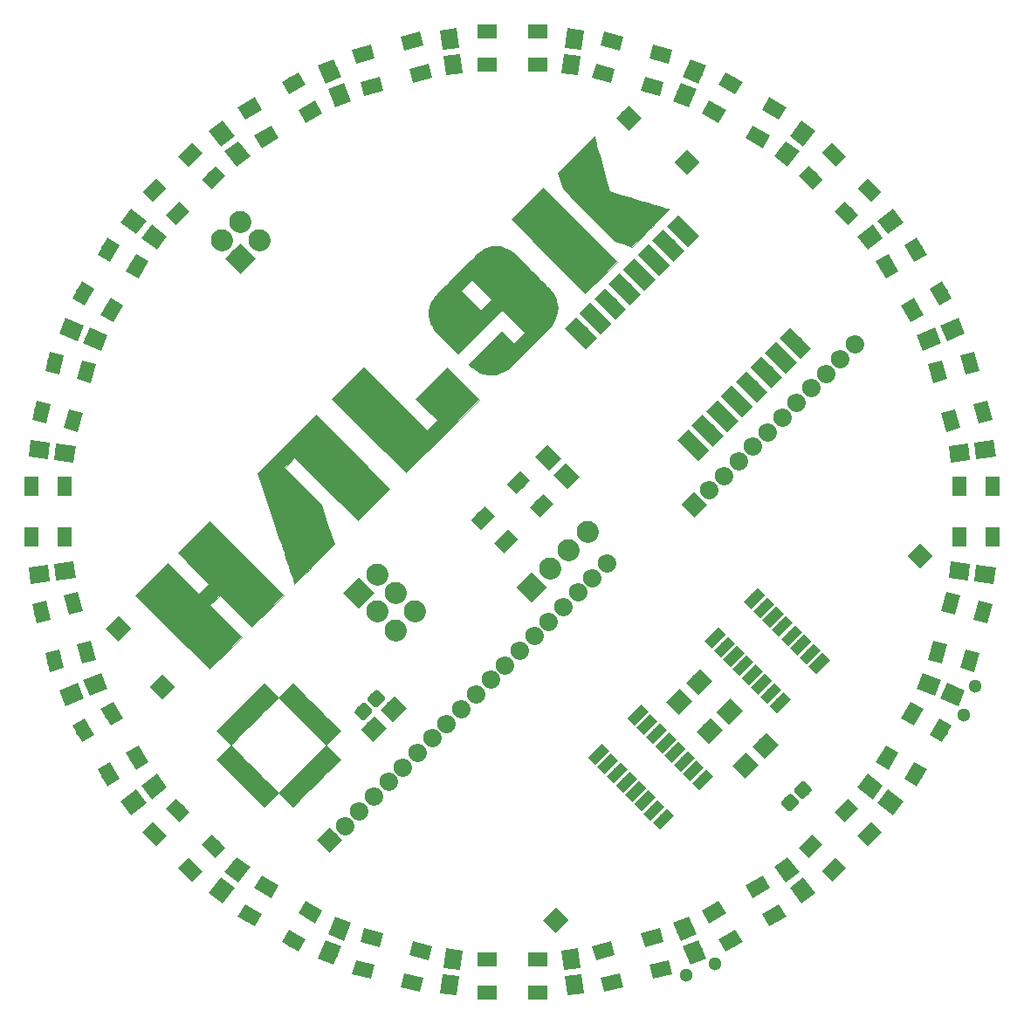
<source format=gts>
G04 #@! TF.GenerationSoftware,KiCad,Pcbnew,(5.0.0)*
G04 #@! TF.CreationDate,2018-09-13T19:48:46+02:00*
G04 #@! TF.ProjectId,noname.kicad_pcb_45_grader,6E6F6E616D652E6B696361645F706362,rev?*
G04 #@! TF.SameCoordinates,PX5f5e100PY8f0d180*
G04 #@! TF.FileFunction,Soldermask,Top*
G04 #@! TF.FilePolarity,Negative*
%FSLAX46Y46*%
G04 Gerber Fmt 4.6, Leading zero omitted, Abs format (unit mm)*
G04 Created by KiCad (PCBNEW (5.0.0)) date 09/13/18 19:48:46*
%MOMM*%
%LPD*%
G01*
G04 APERTURE LIST*
%ADD10C,0.010000*%
%ADD11C,0.100000*%
%ADD12C,1.650000*%
%ADD13R,1.400000X1.900000*%
%ADD14R,1.900000X1.400000*%
%ADD15C,1.400000*%
%ADD16C,1.300000*%
%ADD17C,1.750000*%
%ADD18C,1.750000*%
%ADD19C,1.350000*%
%ADD20C,1.000000*%
%ADD21C,1.500000*%
%ADD22C,1.700000*%
%ADD23C,0.950000*%
%ADD24C,2.100000*%
%ADD25C,2.100000*%
G04 APERTURE END LIST*
D10*
G04 #@! TO.C,*
G36*
X21312481Y42539386D02*
X22300309Y43527214D01*
X19269473Y46558051D01*
X22345210Y49633789D01*
X29506965Y42472034D01*
X26431227Y39396297D01*
X23355489Y42472034D01*
X22367661Y41484206D01*
X25443399Y38408468D01*
X22345210Y35310280D01*
X15183456Y42472034D01*
X18281644Y45570223D01*
X21312481Y42539386D01*
X21312481Y42539386D01*
G37*
X21312481Y42539386D02*
X22300309Y43527214D01*
X19269473Y46558051D01*
X22345210Y49633789D01*
X29506965Y42472034D01*
X26431227Y39396297D01*
X23355489Y42472034D01*
X22367661Y41484206D01*
X25443399Y38408468D01*
X22345210Y35310280D01*
X15183456Y42472034D01*
X18281644Y45570223D01*
X21312481Y42539386D01*
G36*
X32650054Y59938632D02*
X39811809Y52776878D01*
X36736071Y49701140D01*
X30607046Y55830165D01*
X29596767Y54819886D01*
X33163678Y51252975D01*
X33821338Y49349304D01*
X34478999Y47445633D01*
X32543022Y45508874D01*
X32252392Y45218380D01*
X31974729Y44941346D01*
X31713292Y44680989D01*
X31471334Y44440528D01*
X31252109Y44223181D01*
X31058872Y44032166D01*
X30894878Y43870703D01*
X30763381Y43742007D01*
X30667636Y43649300D01*
X30610897Y43595798D01*
X30595792Y43583369D01*
X30584730Y43614186D01*
X30554622Y43702217D01*
X30506480Y43844428D01*
X30441321Y44037785D01*
X30360161Y44279256D01*
X30264014Y44565807D01*
X30153896Y44894405D01*
X30030823Y45262015D01*
X29895809Y45665605D01*
X29749871Y46102141D01*
X29594024Y46568590D01*
X29429281Y47061917D01*
X29256660Y47579092D01*
X29077176Y48117078D01*
X28891844Y48672843D01*
X28799755Y48949086D01*
X27014970Y54303550D01*
X29832512Y57121091D01*
X32650054Y59938632D01*
X32650054Y59938632D01*
G37*
X32650054Y59938632D02*
X39811809Y52776878D01*
X36736071Y49701140D01*
X30607046Y55830165D01*
X29596767Y54819886D01*
X33163678Y51252975D01*
X33821338Y49349304D01*
X34478999Y47445633D01*
X32543022Y45508874D01*
X32252392Y45218380D01*
X31974729Y44941346D01*
X31713292Y44680989D01*
X31471334Y44440528D01*
X31252109Y44223181D01*
X31058872Y44032166D01*
X30894878Y43870703D01*
X30763381Y43742007D01*
X30667636Y43649300D01*
X30610897Y43595798D01*
X30595792Y43583369D01*
X30584730Y43614186D01*
X30554622Y43702217D01*
X30506480Y43844428D01*
X30441321Y44037785D01*
X30360161Y44279256D01*
X30264014Y44565807D01*
X30153896Y44894405D01*
X30030823Y45262015D01*
X29895809Y45665605D01*
X29749871Y46102141D01*
X29594024Y46568590D01*
X29429281Y47061917D01*
X29256660Y47579092D01*
X29077176Y48117078D01*
X28891844Y48672843D01*
X28799755Y48949086D01*
X27014970Y54303550D01*
X29832512Y57121091D01*
X32650054Y59938632D01*
G36*
X43426362Y58456890D02*
X44414190Y59444718D01*
X42371181Y61487727D01*
X45402018Y64518563D01*
X48477756Y61442825D01*
X41383353Y54348423D01*
X34221599Y61510177D01*
X37297337Y64585915D01*
X43426362Y58456890D01*
X43426362Y58456890D01*
G37*
X43426362Y58456890D02*
X44414190Y59444718D01*
X42371181Y61487727D01*
X45402018Y64518563D01*
X48477756Y61442825D01*
X41383353Y54348423D01*
X34221599Y61510177D01*
X37297337Y64585915D01*
X43426362Y58456890D01*
D11*
G36*
X46690369Y73956406D02*
X47005175Y74270867D01*
X47281113Y74546104D01*
X47521168Y74784993D01*
X47728319Y74990411D01*
X47905546Y75165234D01*
X48055832Y75312337D01*
X48182157Y75434597D01*
X48287502Y75534889D01*
X48374848Y75616088D01*
X48447176Y75681072D01*
X48507465Y75732717D01*
X48558699Y75773896D01*
X48603858Y75807488D01*
X48645921Y75836368D01*
X48664370Y75848422D01*
X49046740Y76062298D01*
X49432396Y76212812D01*
X49820416Y76299964D01*
X50209875Y76323752D01*
X50599852Y76284174D01*
X50989422Y76181231D01*
X51377666Y76014919D01*
X51661720Y75852228D01*
X51702709Y75824889D01*
X51748088Y75791428D01*
X51801003Y75748812D01*
X51864602Y75694011D01*
X51942029Y75623991D01*
X52036434Y75535723D01*
X52150963Y75426172D01*
X52288761Y75292309D01*
X52452978Y75131100D01*
X52646758Y74939514D01*
X52873250Y74714520D01*
X53135601Y74453085D01*
X53436956Y74152178D01*
X53719980Y73869255D01*
X54063236Y73525948D01*
X54364669Y73224152D01*
X54627349Y72960473D01*
X54854351Y72731514D01*
X55048746Y72533882D01*
X55213607Y72364184D01*
X55352007Y72219022D01*
X55467020Y72095004D01*
X55561718Y71988734D01*
X55639173Y71896818D01*
X55702459Y71815862D01*
X55754647Y71742471D01*
X55798810Y71673248D01*
X55838023Y71604803D01*
X55875357Y71533738D01*
X55913885Y71456660D01*
X55925938Y71432257D01*
X56076822Y71057794D01*
X56166352Y70673634D01*
X56195048Y70284362D01*
X56163431Y69894560D01*
X56072019Y69508814D01*
X55921333Y69131705D01*
X55711894Y68767819D01*
X55607049Y68620714D01*
X55560506Y68566573D01*
X55472861Y68472061D01*
X55348162Y68341223D01*
X55190458Y68178109D01*
X55003797Y67986763D01*
X54792227Y67771234D01*
X54559795Y67535568D01*
X54310552Y67283814D01*
X54048542Y67020017D01*
X53777817Y66748225D01*
X53502423Y66472484D01*
X53226408Y66196844D01*
X52953821Y65925350D01*
X52688712Y65662049D01*
X52435125Y65410988D01*
X52197111Y65176215D01*
X51978719Y64961778D01*
X51783993Y64771721D01*
X51616987Y64610094D01*
X51481743Y64480944D01*
X51382313Y64388316D01*
X51322745Y64336258D01*
X51317270Y64332029D01*
X50956550Y64099421D01*
X50582945Y63927986D01*
X50199758Y63817491D01*
X49810284Y63767707D01*
X49417822Y63778400D01*
X49025671Y63849340D01*
X48637128Y63980294D01*
X48255492Y64171031D01*
X47884061Y64421321D01*
X47682015Y64587173D01*
X47460704Y64781198D01*
X50745270Y68065764D01*
X51890253Y66920782D01*
X52900532Y67931060D01*
X50745270Y70086322D01*
X46454295Y65795346D01*
X45300552Y66965245D01*
X44146810Y68135144D01*
X43988027Y68415612D01*
X43800774Y68803987D01*
X43747838Y68970957D01*
X46793958Y72017077D01*
X48702262Y70108772D01*
X49712541Y71119051D01*
X47804236Y73027356D01*
X46793958Y72017077D01*
X43747838Y68970957D01*
X43676869Y69194805D01*
X43616267Y69586786D01*
X43618926Y69978650D01*
X43684801Y70369117D01*
X43813850Y70756910D01*
X44006027Y71140746D01*
X44085144Y71269196D01*
X44112854Y71310842D01*
X44144000Y71354259D01*
X44181459Y71402429D01*
X44228106Y71458334D01*
X44286816Y71524953D01*
X44360467Y71605267D01*
X44451934Y71702259D01*
X44564092Y71818909D01*
X44699818Y71958196D01*
X44861988Y72123103D01*
X45053477Y72316611D01*
X45277163Y72541699D01*
X45535919Y72801350D01*
X45832623Y73098544D01*
X46170149Y73436261D01*
X46333720Y73599847D01*
X46690369Y73956406D01*
X46690369Y73956406D01*
G37*
D10*
G36*
X61858337Y74823407D02*
X58782600Y71747669D01*
X51620845Y78909423D01*
X54696583Y81985161D01*
X61858337Y74823407D01*
X61858337Y74823407D01*
G37*
X61858337Y74823407D02*
X58782600Y71747669D01*
X51620845Y78909423D01*
X54696583Y81985161D01*
X61858337Y74823407D01*
G36*
X59659327Y86947905D02*
X59692566Y86843475D01*
X59705955Y86797299D01*
X59734838Y86694635D01*
X59777902Y86540233D01*
X59833835Y86338840D01*
X59901321Y86095203D01*
X59979048Y85814072D01*
X60065705Y85500194D01*
X60159974Y85158317D01*
X60260547Y84793189D01*
X60366107Y84409559D01*
X60424629Y84196715D01*
X60531842Y83807382D01*
X60634572Y83435703D01*
X60731539Y83086231D01*
X60821461Y82763519D01*
X60903059Y82472119D01*
X60975051Y82216585D01*
X61036155Y82001468D01*
X61085093Y81831322D01*
X61120582Y81710702D01*
X61141341Y81644158D01*
X61146113Y81632147D01*
X61179180Y81620143D01*
X61268922Y81591489D01*
X61411099Y81547460D01*
X61601468Y81489332D01*
X61835787Y81418383D01*
X62109816Y81335887D01*
X62419312Y81243121D01*
X62760034Y81141361D01*
X63127740Y81031883D01*
X63518190Y80915963D01*
X63927141Y80794877D01*
X64043607Y80760451D01*
X64456493Y80638401D01*
X64851773Y80521457D01*
X65225241Y80410871D01*
X65572684Y80307893D01*
X65889895Y80213773D01*
X66172663Y80129764D01*
X66416780Y80057115D01*
X66618035Y79997077D01*
X66772220Y79950903D01*
X66875126Y79919840D01*
X66922543Y79905142D01*
X66925310Y79904123D01*
X66904482Y79881165D01*
X66842044Y79816699D01*
X66741330Y79714084D01*
X66605669Y79576673D01*
X66438392Y79407823D01*
X66242831Y79210891D01*
X66022317Y78989233D01*
X65780179Y78746205D01*
X65519749Y78485162D01*
X65244359Y78209463D01*
X65117882Y78082952D01*
X63303584Y76268653D01*
X62474276Y76550653D01*
X61644969Y76832652D01*
X59125057Y79352651D01*
X56605146Y81872649D01*
X56352215Y82630255D01*
X56099283Y83387863D01*
X57879305Y85167884D01*
X59659327Y86947905D01*
X59659327Y86947905D01*
G37*
X59659327Y86947905D02*
X59692566Y86843475D01*
X59705955Y86797299D01*
X59734838Y86694635D01*
X59777902Y86540233D01*
X59833835Y86338840D01*
X59901321Y86095203D01*
X59979048Y85814072D01*
X60065705Y85500194D01*
X60159974Y85158317D01*
X60260547Y84793189D01*
X60366107Y84409559D01*
X60424629Y84196715D01*
X60531842Y83807382D01*
X60634572Y83435703D01*
X60731539Y83086231D01*
X60821461Y82763519D01*
X60903059Y82472119D01*
X60975051Y82216585D01*
X61036155Y82001468D01*
X61085093Y81831322D01*
X61120582Y81710702D01*
X61141341Y81644158D01*
X61146113Y81632147D01*
X61179180Y81620143D01*
X61268922Y81591489D01*
X61411099Y81547460D01*
X61601468Y81489332D01*
X61835787Y81418383D01*
X62109816Y81335887D01*
X62419312Y81243121D01*
X62760034Y81141361D01*
X63127740Y81031883D01*
X63518190Y80915963D01*
X63927141Y80794877D01*
X64043607Y80760451D01*
X64456493Y80638401D01*
X64851773Y80521457D01*
X65225241Y80410871D01*
X65572684Y80307893D01*
X65889895Y80213773D01*
X66172663Y80129764D01*
X66416780Y80057115D01*
X66618035Y79997077D01*
X66772220Y79950903D01*
X66875126Y79919840D01*
X66922543Y79905142D01*
X66925310Y79904123D01*
X66904482Y79881165D01*
X66842044Y79816699D01*
X66741330Y79714084D01*
X66605669Y79576673D01*
X66438392Y79407823D01*
X66242831Y79210891D01*
X66022317Y78989233D01*
X65780179Y78746205D01*
X65519749Y78485162D01*
X65244359Y78209463D01*
X65117882Y78082952D01*
X63303584Y76268653D01*
X62474276Y76550653D01*
X61644969Y76832652D01*
X59125057Y79352651D01*
X56605146Y81872649D01*
X56352215Y82630255D01*
X56099283Y83387863D01*
X57879305Y85167884D01*
X59659327Y86947905D01*
G04 #@! TD*
D12*
G04 #@! TO.C,C16*
X79853312Y87236957D03*
D11*
G36*
X79929505Y85981043D02*
X78620472Y86985500D01*
X79777119Y88492871D01*
X81086152Y87488414D01*
X79929505Y85981043D01*
X79929505Y85981043D01*
G37*
D12*
X78331408Y85253573D03*
D11*
G36*
X78407601Y83997659D02*
X77098568Y85002116D01*
X78255215Y86509487D01*
X79564248Y85505030D01*
X78407601Y83997659D01*
X78407601Y83997659D01*
G37*
G04 #@! TD*
D12*
G04 #@! TO.C,C14*
X57734932Y96398689D03*
D11*
G36*
X58428874Y95349132D02*
X56792990Y95564500D01*
X57040990Y97448246D01*
X58676874Y97232878D01*
X58428874Y95349132D01*
X58428874Y95349132D01*
G37*
D12*
X57408616Y93920077D03*
D11*
G36*
X58102558Y92870520D02*
X56466674Y93085888D01*
X56714674Y94969634D01*
X58350558Y94754266D01*
X58102558Y92870520D01*
X58102558Y92870520D01*
G37*
G04 #@! TD*
D12*
G04 #@! TO.C,C32*
X5843773Y56581201D03*
D11*
G36*
X6893330Y57275143D02*
X6677962Y55639259D01*
X4794216Y55887259D01*
X5009584Y57523143D01*
X6893330Y57275143D01*
X6893330Y57275143D01*
G37*
D12*
X8322385Y56254885D03*
D11*
G36*
X9371942Y56948827D02*
X9156574Y55312943D01*
X7272828Y55560943D01*
X7488196Y57196827D01*
X9371942Y56948827D01*
X9371942Y56948827D01*
G37*
G04 #@! TD*
D12*
G04 #@! TO.C,C13*
X45661259Y96398689D03*
D11*
G36*
X46603201Y95564500D02*
X44967317Y95349132D01*
X44719317Y97232878D01*
X46355201Y97448246D01*
X46603201Y95564500D01*
X46603201Y95564500D01*
G37*
D12*
X45987575Y93920077D03*
D11*
G36*
X46929517Y93085888D02*
X45293633Y92870520D01*
X45045633Y94754266D01*
X46681517Y94969634D01*
X46929517Y93085888D01*
X46929517Y93085888D01*
G37*
G04 #@! TD*
D12*
G04 #@! TO.C,C35*
X23542880Y87236956D03*
D11*
G36*
X24775720Y86985499D02*
X23466687Y85981042D01*
X22310040Y87488413D01*
X23619073Y88492870D01*
X24775720Y86985499D01*
X24775720Y86985499D01*
G37*
D12*
X25064784Y85253572D03*
D11*
G36*
X26297624Y85002115D02*
X24988591Y83997658D01*
X23831944Y85505029D01*
X25140977Y86509486D01*
X26297624Y85002115D01*
X26297624Y85002115D01*
G37*
G04 #@! TD*
D12*
G04 #@! TO.C,C26*
X45661261Y4690041D03*
D11*
G36*
X44967319Y5739598D02*
X46603203Y5524230D01*
X46355203Y3640484D01*
X44719319Y3855852D01*
X44967319Y5739598D01*
X44967319Y5739598D01*
G37*
D12*
X45987577Y7168653D03*
D11*
G36*
X45293635Y8218210D02*
X46929519Y8002842D01*
X46681519Y6119096D01*
X45045635Y6334464D01*
X45293635Y8218210D01*
X45293635Y8218210D01*
G37*
G04 #@! TD*
D12*
G04 #@! TO.C,C23*
X79853313Y13851774D03*
D11*
G36*
X78620473Y14103231D02*
X79929506Y15107688D01*
X81086153Y13600317D01*
X79777120Y12595860D01*
X78620473Y14103231D01*
X78620473Y14103231D01*
G37*
D12*
X78331409Y15835158D03*
D11*
G36*
X77098569Y16086615D02*
X78407602Y17091072D01*
X79564249Y15583701D01*
X78255216Y14579244D01*
X77098569Y16086615D01*
X77098569Y16086615D01*
G37*
G04 #@! TD*
D12*
G04 #@! TO.C,C12*
X33998988Y93273792D03*
D11*
G36*
X35124738Y92711820D02*
X33600337Y92080393D01*
X32873238Y93835764D01*
X34397639Y94467191D01*
X35124738Y92711820D01*
X35124738Y92711820D01*
G37*
D12*
X34955696Y90964094D03*
D11*
G36*
X36081446Y90402122D02*
X34557045Y89770695D01*
X33829946Y91526066D01*
X35354347Y92157493D01*
X36081446Y90402122D01*
X36081446Y90402122D01*
G37*
G04 #@! TD*
D12*
G04 #@! TO.C,C34*
X15005505Y78699581D03*
D11*
G36*
X16261419Y78775774D02*
X15256962Y77466741D01*
X13749591Y78623388D01*
X14754048Y79932421D01*
X16261419Y78775774D01*
X16261419Y78775774D01*
G37*
D12*
X16988889Y77177677D03*
D11*
G36*
X18244803Y77253870D02*
X17240346Y75944837D01*
X15732975Y77101484D01*
X16737432Y78410517D01*
X18244803Y77253870D01*
X18244803Y77253870D01*
G37*
G04 #@! TD*
D12*
G04 #@! TO.C,C33*
X8968669Y68243472D03*
D11*
G36*
X10162068Y68642123D02*
X9530641Y67117722D01*
X7775270Y67844821D01*
X8406697Y69369222D01*
X10162068Y68642123D01*
X10162068Y68642123D01*
G37*
D12*
X11278367Y67286764D03*
D11*
G36*
X12471766Y67685415D02*
X11840339Y66161014D01*
X10084968Y66888113D01*
X10716395Y68412514D01*
X12471766Y67685415D01*
X12471766Y67685415D01*
G37*
G04 #@! TD*
D12*
G04 #@! TO.C,C27*
X33998989Y7814937D03*
D11*
G36*
X33600338Y9008336D02*
X35124739Y8376909D01*
X34397640Y6621538D01*
X32873239Y7252965D01*
X33600338Y9008336D01*
X33600338Y9008336D01*
G37*
D12*
X34955697Y10124635D03*
D11*
G36*
X34557046Y11318034D02*
X36081447Y10686607D01*
X35354348Y8931236D01*
X33829947Y9562663D01*
X34557046Y11318034D01*
X34557046Y11318034D01*
G37*
G04 #@! TD*
D12*
G04 #@! TO.C,C29*
X15005505Y22389149D03*
D11*
G36*
X15256962Y23621989D02*
X16261419Y22312956D01*
X14754048Y21156309D01*
X13749591Y22465342D01*
X15256962Y23621989D01*
X15256962Y23621989D01*
G37*
D12*
X16988889Y23911053D03*
D11*
G36*
X17240346Y25143893D02*
X18244803Y23834860D01*
X16737432Y22678213D01*
X15732975Y23987246D01*
X17240346Y25143893D01*
X17240346Y25143893D01*
G37*
G04 #@! TD*
D12*
G04 #@! TO.C,C24*
X69397205Y7814938D03*
D11*
G36*
X68271455Y8376910D02*
X69795856Y9008337D01*
X70522955Y7252966D01*
X68998554Y6621539D01*
X68271455Y8376910D01*
X68271455Y8376910D01*
G37*
D12*
X68440497Y10124636D03*
D11*
G36*
X67314747Y10686608D02*
X68839148Y11318035D01*
X69566247Y9562664D01*
X68041846Y8931237D01*
X67314747Y10686608D01*
X67314747Y10686608D01*
G37*
G04 #@! TD*
D12*
G04 #@! TO.C,C28*
X23542881Y13851773D03*
D11*
G36*
X23466688Y15107687D02*
X24775721Y14103230D01*
X23619074Y12595859D01*
X22310041Y13600316D01*
X23466688Y15107687D01*
X23466688Y15107687D01*
G37*
D12*
X25064785Y15835157D03*
D11*
G36*
X24988592Y17091071D02*
X26297625Y16086614D01*
X25140978Y14579243D01*
X23831945Y15583700D01*
X24988592Y17091071D01*
X24988592Y17091071D01*
G37*
G04 #@! TD*
D12*
G04 #@! TO.C,C15*
X69397204Y93273793D03*
D11*
G36*
X69795855Y92080394D02*
X68271454Y92711821D01*
X68998553Y94467192D01*
X70522954Y93835765D01*
X69795855Y92080394D01*
X69795855Y92080394D01*
G37*
D12*
X68440496Y90964095D03*
D11*
G36*
X68839147Y89770696D02*
X67314746Y90402123D01*
X68041845Y92157494D01*
X69566246Y91526067D01*
X68839147Y89770696D01*
X68839147Y89770696D01*
G37*
G04 #@! TD*
D12*
G04 #@! TO.C,C30*
X8968670Y32845257D03*
D11*
G36*
X9530642Y33971007D02*
X10162069Y32446606D01*
X8406698Y31719507D01*
X7775271Y33243908D01*
X9530642Y33971007D01*
X9530642Y33971007D01*
G37*
D12*
X11278368Y33801965D03*
D11*
G36*
X11840340Y34927715D02*
X12471767Y33403314D01*
X10716396Y32676215D01*
X10084969Y34200616D01*
X11840340Y34927715D01*
X11840340Y34927715D01*
G37*
G04 #@! TD*
D12*
G04 #@! TO.C,C25*
X57734934Y4690041D03*
D11*
G36*
X56792992Y5524230D02*
X58428876Y5739598D01*
X58676876Y3855852D01*
X57040992Y3640484D01*
X56792992Y5524230D01*
X56792992Y5524230D01*
G37*
D12*
X57408618Y7168653D03*
D11*
G36*
X56466676Y8002842D02*
X58102560Y8218210D01*
X58350560Y6334464D01*
X56714676Y6119096D01*
X56466676Y8002842D01*
X56466676Y8002842D01*
G37*
G04 #@! TD*
D12*
G04 #@! TO.C,C31*
X5843773Y44507528D03*
D11*
G36*
X6677962Y45449470D02*
X6893330Y43813586D01*
X5009584Y43565586D01*
X4794216Y45201470D01*
X6677962Y45449470D01*
X6677962Y45449470D01*
G37*
D12*
X8322385Y44833844D03*
D11*
G36*
X9156574Y45775786D02*
X9371942Y44139902D01*
X7488196Y43891902D01*
X7272828Y45527786D01*
X9156574Y45775786D01*
X9156574Y45775786D01*
G37*
G04 #@! TD*
D13*
G04 #@! TO.C,D21*
X8298097Y52994365D03*
X5098097Y52994365D03*
X8298097Y48094365D03*
X5098097Y48094365D03*
G04 #@! TD*
D14*
G04 #@! TO.C,D3*
X54148097Y93944365D03*
X54148097Y97144365D03*
X49248097Y93944365D03*
X49248097Y97144365D03*
G04 #@! TD*
D15*
G04 #@! TO.C,D25*
X48834315Y49943324D03*
D11*
G36*
X48657538Y48776598D02*
X47667589Y49766547D01*
X49011092Y51110050D01*
X50001041Y50120101D01*
X48657538Y48776598D01*
X48657538Y48776598D01*
G37*
D15*
X51097056Y47680583D03*
D11*
G36*
X50920279Y46513857D02*
X49930330Y47503806D01*
X51273833Y48847309D01*
X52263782Y47857360D01*
X50920279Y46513857D01*
X50920279Y46513857D01*
G37*
D15*
X52299138Y53408147D03*
D11*
G36*
X52122361Y52241421D02*
X51132412Y53231370D01*
X52475915Y54574873D01*
X53465864Y53584924D01*
X52122361Y52241421D01*
X52122361Y52241421D01*
G37*
D15*
X54561879Y51145406D03*
D11*
G36*
X54385102Y49978680D02*
X53395153Y50968629D01*
X54738656Y52312132D01*
X55728605Y51322183D01*
X54385102Y49978680D01*
X54385102Y49978680D01*
G37*
G04 #@! TD*
D15*
G04 #@! TO.C,D24*
X22742073Y82965211D03*
D11*
G36*
X22918850Y84131937D02*
X23908799Y83141988D01*
X22565296Y81798485D01*
X21575347Y82788434D01*
X22918850Y84131937D01*
X22918850Y84131937D01*
G37*
D15*
X20479332Y85227952D03*
D11*
G36*
X20656109Y86394678D02*
X21646058Y85404729D01*
X20302555Y84061226D01*
X19312606Y85051175D01*
X20656109Y86394678D01*
X20656109Y86394678D01*
G37*
D15*
X19277250Y79500388D03*
D11*
G36*
X19454027Y80667114D02*
X20443976Y79677165D01*
X19100473Y78333662D01*
X18110524Y79323611D01*
X19454027Y80667114D01*
X19454027Y80667114D01*
G37*
D15*
X17014509Y81763129D03*
D11*
G36*
X17191286Y82929855D02*
X18181235Y81939906D01*
X16837732Y80596403D01*
X15847783Y81586352D01*
X17191286Y82929855D01*
X17191286Y82929855D01*
G37*
G04 #@! TD*
D12*
G04 #@! TO.C,C21*
X94427524Y32845258D03*
D11*
G36*
X93234125Y32446607D02*
X93865552Y33971008D01*
X95620923Y33243909D01*
X94989496Y31719508D01*
X93234125Y32446607D01*
X93234125Y32446607D01*
G37*
D12*
X92117826Y33801966D03*
D11*
G36*
X90924427Y33403315D02*
X91555854Y34927716D01*
X93311225Y34200617D01*
X92679798Y32676216D01*
X90924427Y33403315D01*
X90924427Y33403315D01*
G37*
G04 #@! TD*
D15*
G04 #@! TO.C,D2*
X42831869Y93099652D03*
D11*
G36*
X43568325Y94021678D02*
X43930672Y92669382D01*
X42095413Y92177626D01*
X41733066Y93529922D01*
X43568325Y94021678D01*
X43568325Y94021678D01*
G37*
D15*
X42003648Y96190615D03*
D11*
G36*
X42740104Y97112641D02*
X43102451Y95760345D01*
X41267192Y95268589D01*
X40904845Y96620885D01*
X42740104Y97112641D01*
X42740104Y97112641D01*
G37*
D15*
X38098832Y91831439D03*
D11*
G36*
X38835288Y92753465D02*
X39197635Y91401169D01*
X37362376Y90909413D01*
X37000029Y92261709D01*
X38835288Y92753465D01*
X38835288Y92753465D01*
G37*
D15*
X37270611Y94922402D03*
D11*
G36*
X38007067Y95844428D02*
X38369414Y94492132D01*
X36534155Y94000376D01*
X36171808Y95352672D01*
X38007067Y95844428D01*
X38007067Y95844428D01*
G37*
G04 #@! TD*
D15*
G04 #@! TO.C,D1*
X32119859Y89354867D03*
D11*
G36*
X32592583Y90436085D02*
X33292583Y89223649D01*
X31647135Y88273649D01*
X30947135Y89486085D01*
X32592583Y90436085D01*
X32592583Y90436085D01*
G37*
D15*
X30519859Y92126149D03*
D11*
G36*
X30992583Y93207367D02*
X31692583Y91994931D01*
X30047135Y91044931D01*
X29347135Y92257367D01*
X30992583Y93207367D01*
X30992583Y93207367D01*
G37*
D15*
X27876335Y86904867D03*
D11*
G36*
X28349059Y87986085D02*
X29049059Y86773649D01*
X27403611Y85823649D01*
X26703611Y87036085D01*
X28349059Y87986085D01*
X28349059Y87986085D01*
G37*
D15*
X26276335Y89676149D03*
D11*
G36*
X26749059Y90757367D02*
X27449059Y89544931D01*
X25803611Y88594931D01*
X25103611Y89807367D01*
X26749059Y90757367D01*
X26749059Y90757367D01*
G37*
G04 #@! TD*
D15*
G04 #@! TO.C,D4*
X65297361Y91831439D03*
D11*
G36*
X66396164Y92261709D02*
X66033817Y90909413D01*
X64198558Y91401169D01*
X64560905Y92753465D01*
X66396164Y92261709D01*
X66396164Y92261709D01*
G37*
D15*
X66125582Y94922402D03*
D11*
G36*
X67224385Y95352672D02*
X66862038Y94000376D01*
X65026779Y94492132D01*
X65389126Y95844428D01*
X67224385Y95352672D01*
X67224385Y95352672D01*
G37*
D15*
X60564324Y93099652D03*
D11*
G36*
X61663127Y93529922D02*
X61300780Y92177626D01*
X59465521Y92669382D01*
X59827868Y94021678D01*
X61663127Y93529922D01*
X61663127Y93529922D01*
G37*
D15*
X61392545Y96190615D03*
D11*
G36*
X62491348Y96620885D02*
X62129001Y95268589D01*
X60293742Y95760345D01*
X60656089Y97112641D01*
X62491348Y96620885D01*
X62491348Y96620885D01*
G37*
G04 #@! TD*
D12*
G04 #@! TO.C,C20*
X97552420Y44507529D03*
D11*
G36*
X96502863Y43813587D02*
X96718231Y45449471D01*
X98601977Y45201471D01*
X98386609Y43565587D01*
X96502863Y43813587D01*
X96502863Y43813587D01*
G37*
D12*
X95073808Y44833845D03*
D11*
G36*
X94024251Y44139903D02*
X94239619Y45775787D01*
X96123365Y45527787D01*
X95907997Y43891903D01*
X94024251Y44139903D01*
X94024251Y44139903D01*
G37*
G04 #@! TD*
D15*
G04 #@! TO.C,D19*
X12887595Y30966127D03*
D11*
G36*
X11806377Y31438851D02*
X13018813Y32138851D01*
X13968813Y30493403D01*
X12756377Y29793403D01*
X11806377Y31438851D01*
X11806377Y31438851D01*
G37*
D15*
X10116313Y29366127D03*
D11*
G36*
X9035095Y29838851D02*
X10247531Y30538851D01*
X11197531Y28893403D01*
X9985095Y28193403D01*
X9035095Y29838851D01*
X9035095Y29838851D01*
G37*
D15*
X15337595Y26722603D03*
D11*
G36*
X14256377Y27195327D02*
X15468813Y27895327D01*
X16418813Y26249879D01*
X15206377Y25549879D01*
X14256377Y27195327D01*
X14256377Y27195327D01*
G37*
D15*
X12566313Y25122603D03*
D11*
G36*
X11485095Y25595327D02*
X12697531Y26295327D01*
X13647531Y24649879D01*
X12435095Y23949879D01*
X11485095Y25595327D01*
X11485095Y25595327D01*
G37*
G04 #@! TD*
D15*
G04 #@! TO.C,D22*
X10411022Y64143630D03*
D11*
G36*
X9980752Y65242433D02*
X11333048Y64880086D01*
X10841292Y63044827D01*
X9488996Y63407174D01*
X9980752Y65242433D01*
X9980752Y65242433D01*
G37*
D15*
X7320059Y64971851D03*
D11*
G36*
X6889789Y66070654D02*
X8242085Y65708307D01*
X7750329Y63873048D01*
X6398033Y64235395D01*
X6889789Y66070654D01*
X6889789Y66070654D01*
G37*
D15*
X9142809Y59410593D03*
D11*
G36*
X8712539Y60509396D02*
X10064835Y60147049D01*
X9573079Y58311790D01*
X8220783Y58674137D01*
X8712539Y60509396D01*
X8712539Y60509396D01*
G37*
D15*
X6051846Y60238814D03*
D11*
G36*
X5621576Y61337617D02*
X6973872Y60975270D01*
X6482116Y59140011D01*
X5129820Y59502358D01*
X5621576Y61337617D01*
X5621576Y61337617D01*
G37*
G04 #@! TD*
D12*
G04 #@! TO.C,C19*
X97552420Y56581202D03*
D11*
G36*
X96718231Y55639260D02*
X96502863Y57275144D01*
X98386609Y57523144D01*
X98601977Y55887260D01*
X96718231Y55639260D01*
X96718231Y55639260D01*
G37*
D12*
X95073808Y56254886D03*
D11*
G36*
X94239619Y55312944D02*
X94024251Y56948828D01*
X95907997Y57196828D01*
X96123365Y55560944D01*
X94239619Y55312944D01*
X94239619Y55312944D01*
G37*
G04 #@! TD*
D12*
G04 #@! TO.C,C22*
X88390689Y22389150D03*
D11*
G36*
X87134775Y22312957D02*
X88139232Y23621990D01*
X89646603Y22465343D01*
X88642146Y21156310D01*
X87134775Y22312957D01*
X87134775Y22312957D01*
G37*
D12*
X86407305Y23911054D03*
D11*
G36*
X85151391Y23834861D02*
X86155848Y25143894D01*
X87663219Y23987247D01*
X86658762Y22678214D01*
X85151391Y23834861D01*
X85151391Y23834861D01*
G37*
G04 #@! TD*
D12*
G04 #@! TO.C,C18*
X94427523Y68243473D03*
D11*
G36*
X93865551Y67117723D02*
X93234124Y68642124D01*
X94989495Y69369223D01*
X95620922Y67844822D01*
X93865551Y67117723D01*
X93865551Y67117723D01*
G37*
D12*
X92117825Y67286765D03*
D11*
G36*
X91555853Y66161015D02*
X90924426Y67685416D01*
X92679797Y68412515D01*
X93311224Y66888114D01*
X91555853Y66161015D01*
X91555853Y66161015D01*
G37*
G04 #@! TD*
D15*
G04 #@! TO.C,D5*
X75519858Y86904867D03*
D11*
G36*
X76692582Y87036085D02*
X75992582Y85823649D01*
X74347134Y86773649D01*
X75047134Y87986085D01*
X76692582Y87036085D01*
X76692582Y87036085D01*
G37*
D15*
X77119858Y89676149D03*
D11*
G36*
X78292582Y89807367D02*
X77592582Y88594931D01*
X75947134Y89544931D01*
X76647134Y90757367D01*
X78292582Y89807367D01*
X78292582Y89807367D01*
G37*
D15*
X71276334Y89354867D03*
D11*
G36*
X72449058Y89486085D02*
X71749058Y88273649D01*
X70103610Y89223649D01*
X70803610Y90436085D01*
X72449058Y89486085D01*
X72449058Y89486085D01*
G37*
D15*
X72876334Y92126149D03*
D11*
G36*
X74049058Y92257367D02*
X73349058Y91044931D01*
X71703610Y91994931D01*
X72403610Y93207367D01*
X74049058Y92257367D01*
X74049058Y92257367D01*
G37*
G04 #@! TD*
D15*
G04 #@! TO.C,D20*
X9142809Y41678137D03*
D11*
G36*
X8220783Y42414593D02*
X9573079Y42776940D01*
X10064835Y40941681D01*
X8712539Y40579334D01*
X8220783Y42414593D01*
X8220783Y42414593D01*
G37*
D15*
X6051846Y40849916D03*
D11*
G36*
X5129820Y41586372D02*
X6482116Y41948719D01*
X6973872Y40113460D01*
X5621576Y39751113D01*
X5129820Y41586372D01*
X5129820Y41586372D01*
G37*
D15*
X10411022Y36945100D03*
D11*
G36*
X9488996Y37681556D02*
X10841292Y38043903D01*
X11333048Y36208644D01*
X9980752Y35846297D01*
X9488996Y37681556D01*
X9488996Y37681556D01*
G37*
D15*
X7320059Y36116879D03*
D11*
G36*
X6398033Y36853335D02*
X7750329Y37215682D01*
X8242085Y35380423D01*
X6889789Y35018076D01*
X6398033Y36853335D01*
X6398033Y36853335D01*
G37*
G04 #@! TD*
D15*
G04 #@! TO.C,D6*
X84118943Y79500388D03*
D11*
G36*
X85285669Y79323611D02*
X84295720Y78333662D01*
X82952217Y79677165D01*
X83942166Y80667114D01*
X85285669Y79323611D01*
X85285669Y79323611D01*
G37*
D15*
X86381684Y81763129D03*
D11*
G36*
X87548410Y81586352D02*
X86558461Y80596403D01*
X85214958Y81939906D01*
X86204907Y82929855D01*
X87548410Y81586352D01*
X87548410Y81586352D01*
G37*
D15*
X80654120Y82965211D03*
D11*
G36*
X81820846Y82788434D02*
X80830897Y81798485D01*
X79487394Y83141988D01*
X80477343Y84131937D01*
X81820846Y82788434D01*
X81820846Y82788434D01*
G37*
D15*
X82916861Y85227952D03*
D11*
G36*
X84083587Y85051175D02*
X83093638Y84061226D01*
X81750135Y85404729D01*
X82740084Y86394678D01*
X84083587Y85051175D01*
X84083587Y85051175D01*
G37*
G04 #@! TD*
D15*
G04 #@! TO.C,D23*
X15337595Y74366127D03*
D11*
G36*
X15206377Y75538851D02*
X16418813Y74838851D01*
X15468813Y73193403D01*
X14256377Y73893403D01*
X15206377Y75538851D01*
X15206377Y75538851D01*
G37*
D15*
X12566313Y75966127D03*
D11*
G36*
X12435095Y77138851D02*
X13647531Y76438851D01*
X12697531Y74793403D01*
X11485095Y75493403D01*
X12435095Y77138851D01*
X12435095Y77138851D01*
G37*
D15*
X12887595Y70122603D03*
D11*
G36*
X12756377Y71295327D02*
X13968813Y70595327D01*
X13018813Y68949879D01*
X11806377Y69649879D01*
X12756377Y71295327D01*
X12756377Y71295327D01*
G37*
D15*
X10116313Y71722603D03*
D11*
G36*
X9985095Y72895327D02*
X11197531Y72195327D01*
X10247531Y70549879D01*
X9035095Y71249879D01*
X9985095Y72895327D01*
X9985095Y72895327D01*
G37*
G04 #@! TD*
D16*
G04 #@! TO.C,S4*
X68596060Y5634823D03*
X71387313Y6734327D03*
G04 #@! TD*
D17*
G04 #@! TO.C,J14*
X91296076Y46301724D03*
D11*
G36*
X91296076Y45064287D02*
X90058639Y46301724D01*
X91296076Y47539161D01*
X92533513Y46301724D01*
X91296076Y45064287D01*
X91296076Y45064287D01*
G37*
G04 #@! TD*
D16*
G04 #@! TO.C,S2*
X96607639Y33646402D03*
X95508135Y30855149D03*
G04 #@! TD*
D17*
G04 #@! TO.C,J13*
X55940737Y10946385D03*
D11*
G36*
X55940737Y9708948D02*
X54703300Y10946385D01*
X55940737Y12183822D01*
X57178174Y10946385D01*
X55940737Y9708948D01*
X55940737Y9708948D01*
G37*
G04 #@! TD*
D17*
G04 #@! TO.C,J4*
X68668659Y84485491D03*
D11*
G36*
X68668659Y83248054D02*
X67431222Y84485491D01*
X68668659Y85722928D01*
X69906096Y84485491D01*
X68668659Y83248054D01*
X68668659Y83248054D01*
G37*
G04 #@! TD*
D17*
G04 #@! TO.C,J16*
X84932115Y66807821D03*
D18*
X84932115Y66807821D02*
X84932115Y66807821D01*
D17*
X83517902Y65393608D03*
D18*
X83517902Y65393608D02*
X83517902Y65393608D01*
D17*
X82103688Y63979394D03*
D18*
X82103688Y63979394D02*
X82103688Y63979394D01*
D17*
X80689474Y62565180D03*
D18*
X80689474Y62565180D02*
X80689474Y62565180D01*
D17*
X79275261Y61150967D03*
D18*
X79275261Y61150967D02*
X79275261Y61150967D01*
D17*
X77861047Y59736753D03*
D18*
X77861047Y59736753D02*
X77861047Y59736753D01*
D17*
X76446834Y58322540D03*
D18*
X76446834Y58322540D02*
X76446834Y58322540D01*
D17*
X75032620Y56908326D03*
D18*
X75032620Y56908326D02*
X75032620Y56908326D01*
D17*
X73618407Y55494113D03*
D18*
X73618407Y55494113D02*
X73618407Y55494113D01*
D17*
X72204193Y54079899D03*
D18*
X72204193Y54079899D02*
X72204193Y54079899D01*
D17*
X70789980Y52665686D03*
D18*
X70789980Y52665686D02*
X70789980Y52665686D01*
D17*
X69375766Y51251472D03*
D11*
G36*
X70613203Y51251472D02*
X69375766Y50014035D01*
X68138329Y51251472D01*
X69375766Y52488909D01*
X70613203Y51251472D01*
X70613203Y51251472D01*
G37*
G04 #@! TD*
D17*
G04 #@! TO.C,J3*
X63011805Y88728131D03*
D11*
G36*
X63011805Y87490694D02*
X61774368Y88728131D01*
X63011805Y89965568D01*
X64249242Y88728131D01*
X63011805Y87490694D01*
X63011805Y87490694D01*
G37*
G04 #@! TD*
D17*
G04 #@! TO.C,J15*
X60890485Y45594618D03*
D18*
X60890485Y45594618D02*
X60890485Y45594618D01*
D17*
X59476271Y44180404D03*
D18*
X59476271Y44180404D02*
X59476271Y44180404D01*
D17*
X58062058Y42766191D03*
D18*
X58062058Y42766191D02*
X58062058Y42766191D01*
D17*
X56647844Y41351977D03*
D18*
X56647844Y41351977D02*
X56647844Y41351977D01*
D17*
X55233630Y39937763D03*
D18*
X55233630Y39937763D02*
X55233630Y39937763D01*
D17*
X53819417Y38523550D03*
D18*
X53819417Y38523550D02*
X53819417Y38523550D01*
D17*
X52405203Y37109336D03*
D18*
X52405203Y37109336D02*
X52405203Y37109336D01*
D17*
X50990990Y35695123D03*
D18*
X50990990Y35695123D02*
X50990990Y35695123D01*
D17*
X49576776Y34280909D03*
D18*
X49576776Y34280909D02*
X49576776Y34280909D01*
D17*
X48162563Y32866696D03*
D18*
X48162563Y32866696D02*
X48162563Y32866696D01*
D17*
X46748349Y31452482D03*
D18*
X46748349Y31452482D02*
X46748349Y31452482D01*
D17*
X45334135Y30038268D03*
D18*
X45334135Y30038268D02*
X45334135Y30038268D01*
D17*
X43919922Y28624055D03*
D18*
X43919922Y28624055D02*
X43919922Y28624055D01*
D17*
X42505708Y27209841D03*
D18*
X42505708Y27209841D02*
X42505708Y27209841D01*
D17*
X41091495Y25795628D03*
D18*
X41091495Y25795628D02*
X41091495Y25795628D01*
D17*
X39677281Y24381414D03*
D18*
X39677281Y24381414D02*
X39677281Y24381414D01*
D17*
X38263068Y22967201D03*
D18*
X38263068Y22967201D02*
X38263068Y22967201D01*
D17*
X36848854Y21552987D03*
D18*
X36848854Y21552987D02*
X36848854Y21552987D01*
D17*
X35434641Y20138774D03*
D18*
X35434641Y20138774D02*
X35434641Y20138774D01*
D17*
X34020427Y18724560D03*
D11*
G36*
X35257864Y18724560D02*
X34020427Y17487123D01*
X32782990Y18724560D01*
X34020427Y19961997D01*
X35257864Y18724560D01*
X35257864Y18724560D01*
G37*
G04 #@! TD*
G04 #@! TO.C,D27*
G36*
X38596668Y33273280D02*
X38629430Y33268420D01*
X38661558Y33260372D01*
X38692743Y33249214D01*
X38722683Y33235053D01*
X38751092Y33218026D01*
X38777695Y33198296D01*
X38802236Y33176054D01*
X39279533Y32698757D01*
X39301775Y32674216D01*
X39321505Y32647613D01*
X39338532Y32619204D01*
X39352693Y32589264D01*
X39363851Y32558079D01*
X39371899Y32525951D01*
X39376759Y32493189D01*
X39378384Y32460108D01*
X39376759Y32427027D01*
X39371899Y32394265D01*
X39363851Y32362137D01*
X39352693Y32330952D01*
X39338532Y32301012D01*
X39321505Y32272603D01*
X39301775Y32246000D01*
X39279533Y32221459D01*
X38731526Y31673452D01*
X38706985Y31651210D01*
X38680382Y31631480D01*
X38651973Y31614453D01*
X38622033Y31600292D01*
X38590848Y31589134D01*
X38558720Y31581086D01*
X38525958Y31576226D01*
X38492877Y31574601D01*
X38459796Y31576226D01*
X38427034Y31581086D01*
X38394906Y31589134D01*
X38363721Y31600292D01*
X38333781Y31614453D01*
X38305372Y31631480D01*
X38278769Y31651210D01*
X38254228Y31673452D01*
X37776931Y32150749D01*
X37754689Y32175290D01*
X37734959Y32201893D01*
X37717932Y32230302D01*
X37703771Y32260242D01*
X37692613Y32291427D01*
X37684565Y32323555D01*
X37679705Y32356317D01*
X37678080Y32389398D01*
X37679705Y32422479D01*
X37684565Y32455241D01*
X37692613Y32487369D01*
X37703771Y32518554D01*
X37717932Y32548494D01*
X37734959Y32576903D01*
X37754689Y32603506D01*
X37776931Y32628047D01*
X38324938Y33176054D01*
X38349479Y33198296D01*
X38376082Y33218026D01*
X38404491Y33235053D01*
X38434431Y33249214D01*
X38465616Y33260372D01*
X38497744Y33268420D01*
X38530506Y33273280D01*
X38563587Y33274905D01*
X38596668Y33273280D01*
X38596668Y33273280D01*
G37*
D19*
X38528232Y32424753D03*
D11*
G36*
X37359232Y32035844D02*
X37391994Y32030984D01*
X37424122Y32022936D01*
X37455307Y32011778D01*
X37485247Y31997617D01*
X37513656Y31980590D01*
X37540259Y31960860D01*
X37564800Y31938618D01*
X38042097Y31461321D01*
X38064339Y31436780D01*
X38084069Y31410177D01*
X38101096Y31381768D01*
X38115257Y31351828D01*
X38126415Y31320643D01*
X38134463Y31288515D01*
X38139323Y31255753D01*
X38140948Y31222672D01*
X38139323Y31189591D01*
X38134463Y31156829D01*
X38126415Y31124701D01*
X38115257Y31093516D01*
X38101096Y31063576D01*
X38084069Y31035167D01*
X38064339Y31008564D01*
X38042097Y30984023D01*
X37494090Y30436016D01*
X37469549Y30413774D01*
X37442946Y30394044D01*
X37414537Y30377017D01*
X37384597Y30362856D01*
X37353412Y30351698D01*
X37321284Y30343650D01*
X37288522Y30338790D01*
X37255441Y30337165D01*
X37222360Y30338790D01*
X37189598Y30343650D01*
X37157470Y30351698D01*
X37126285Y30362856D01*
X37096345Y30377017D01*
X37067936Y30394044D01*
X37041333Y30413774D01*
X37016792Y30436016D01*
X36539495Y30913313D01*
X36517253Y30937854D01*
X36497523Y30964457D01*
X36480496Y30992866D01*
X36466335Y31022806D01*
X36455177Y31053991D01*
X36447129Y31086119D01*
X36442269Y31118881D01*
X36440644Y31151962D01*
X36442269Y31185043D01*
X36447129Y31217805D01*
X36455177Y31249933D01*
X36466335Y31281118D01*
X36480496Y31311058D01*
X36497523Y31339467D01*
X36517253Y31366070D01*
X36539495Y31390611D01*
X37087502Y31938618D01*
X37112043Y31960860D01*
X37138646Y31980590D01*
X37167055Y31997617D01*
X37196995Y32011778D01*
X37228180Y32022936D01*
X37260308Y32030984D01*
X37293070Y32035844D01*
X37326151Y32037469D01*
X37359232Y32035844D01*
X37359232Y32035844D01*
G37*
D19*
X37290796Y31187317D03*
G04 #@! TD*
D17*
G04 #@! TO.C,J1*
X13514330Y39230657D03*
D11*
G36*
X13514330Y37993220D02*
X12276893Y39230657D01*
X13514330Y40468094D01*
X14751767Y39230657D01*
X13514330Y37993220D01*
X13514330Y37993220D01*
G37*
G04 #@! TD*
D20*
G04 #@! TO.C,U3*
X60080847Y27029529D03*
D11*
G36*
X59762649Y26004224D02*
X59055542Y26711331D01*
X60399045Y28054834D01*
X61106152Y27347727D01*
X59762649Y26004224D01*
X59762649Y26004224D01*
G37*
D20*
X60978873Y26131504D03*
D11*
G36*
X60660675Y25106199D02*
X59953568Y25813306D01*
X61297071Y27156809D01*
X62004178Y26449702D01*
X60660675Y25106199D01*
X60660675Y25106199D01*
G37*
D20*
X61876898Y25233478D03*
D11*
G36*
X61558700Y24208173D02*
X60851593Y24915280D01*
X62195096Y26258783D01*
X62902203Y25551676D01*
X61558700Y24208173D01*
X61558700Y24208173D01*
G37*
D20*
X62774924Y24335452D03*
D11*
G36*
X62456726Y23310147D02*
X61749619Y24017254D01*
X63093122Y25360757D01*
X63800229Y24653650D01*
X62456726Y23310147D01*
X62456726Y23310147D01*
G37*
D20*
X63672949Y23437427D03*
D11*
G36*
X63354751Y22412122D02*
X62647644Y23119229D01*
X63991147Y24462732D01*
X64698254Y23755625D01*
X63354751Y22412122D01*
X63354751Y22412122D01*
G37*
D20*
X64570975Y22539401D03*
D11*
G36*
X64252777Y21514096D02*
X63545670Y22221203D01*
X64889173Y23564706D01*
X65596280Y22857599D01*
X64252777Y21514096D01*
X64252777Y21514096D01*
G37*
D20*
X65469001Y21641376D03*
D11*
G36*
X65150803Y20616071D02*
X64443696Y21323178D01*
X65787199Y22666681D01*
X66494306Y21959574D01*
X65150803Y20616071D01*
X65150803Y20616071D01*
G37*
D20*
X66367026Y20743350D03*
D11*
G36*
X66048828Y19718045D02*
X65341721Y20425152D01*
X66685224Y21768655D01*
X67392331Y21061548D01*
X66048828Y19718045D01*
X66048828Y19718045D01*
G37*
D20*
X70185403Y24561727D03*
D11*
G36*
X69867205Y23536422D02*
X69160098Y24243529D01*
X70503601Y25587032D01*
X71210708Y24879925D01*
X69867205Y23536422D01*
X69867205Y23536422D01*
G37*
D20*
X69287377Y25459752D03*
D11*
G36*
X68969179Y24434447D02*
X68262072Y25141554D01*
X69605575Y26485057D01*
X70312682Y25777950D01*
X68969179Y24434447D01*
X68969179Y24434447D01*
G37*
D20*
X68389352Y26357778D03*
D11*
G36*
X68071154Y25332473D02*
X67364047Y26039580D01*
X68707550Y27383083D01*
X69414657Y26675976D01*
X68071154Y25332473D01*
X68071154Y25332473D01*
G37*
D20*
X67491326Y27255804D03*
D11*
G36*
X67173128Y26230499D02*
X66466021Y26937606D01*
X67809524Y28281109D01*
X68516631Y27574002D01*
X67173128Y26230499D01*
X67173128Y26230499D01*
G37*
D20*
X66593301Y28153829D03*
D11*
G36*
X66275103Y27128524D02*
X65567996Y27835631D01*
X66911499Y29179134D01*
X67618606Y28472027D01*
X66275103Y27128524D01*
X66275103Y27128524D01*
G37*
D20*
X65695275Y29051855D03*
D11*
G36*
X65377077Y28026550D02*
X64669970Y28733657D01*
X66013473Y30077160D01*
X66720580Y29370053D01*
X65377077Y28026550D01*
X65377077Y28026550D01*
G37*
D20*
X64797249Y29949880D03*
D11*
G36*
X64479051Y28924575D02*
X63771944Y29631682D01*
X65115447Y30975185D01*
X65822554Y30268078D01*
X64479051Y28924575D01*
X64479051Y28924575D01*
G37*
D20*
X63899224Y30847906D03*
D11*
G36*
X63581026Y29822601D02*
X62873919Y30529708D01*
X64217422Y31873211D01*
X64924529Y31166104D01*
X63581026Y29822601D01*
X63581026Y29822601D01*
G37*
G04 #@! TD*
G04 #@! TO.C,D28*
G36*
X79962415Y24434446D02*
X79995177Y24429586D01*
X80027305Y24421538D01*
X80058490Y24410380D01*
X80088430Y24396219D01*
X80116839Y24379192D01*
X80143442Y24359462D01*
X80167983Y24337220D01*
X80645280Y23859923D01*
X80667522Y23835382D01*
X80687252Y23808779D01*
X80704279Y23780370D01*
X80718440Y23750430D01*
X80729598Y23719245D01*
X80737646Y23687117D01*
X80742506Y23654355D01*
X80744131Y23621274D01*
X80742506Y23588193D01*
X80737646Y23555431D01*
X80729598Y23523303D01*
X80718440Y23492118D01*
X80704279Y23462178D01*
X80687252Y23433769D01*
X80667522Y23407166D01*
X80645280Y23382625D01*
X80097273Y22834618D01*
X80072732Y22812376D01*
X80046129Y22792646D01*
X80017720Y22775619D01*
X79987780Y22761458D01*
X79956595Y22750300D01*
X79924467Y22742252D01*
X79891705Y22737392D01*
X79858624Y22735767D01*
X79825543Y22737392D01*
X79792781Y22742252D01*
X79760653Y22750300D01*
X79729468Y22761458D01*
X79699528Y22775619D01*
X79671119Y22792646D01*
X79644516Y22812376D01*
X79619975Y22834618D01*
X79142678Y23311915D01*
X79120436Y23336456D01*
X79100706Y23363059D01*
X79083679Y23391468D01*
X79069518Y23421408D01*
X79058360Y23452593D01*
X79050312Y23484721D01*
X79045452Y23517483D01*
X79043827Y23550564D01*
X79045452Y23583645D01*
X79050312Y23616407D01*
X79058360Y23648535D01*
X79069518Y23679720D01*
X79083679Y23709660D01*
X79100706Y23738069D01*
X79120436Y23764672D01*
X79142678Y23789213D01*
X79690685Y24337220D01*
X79715226Y24359462D01*
X79741829Y24379192D01*
X79770238Y24396219D01*
X79800178Y24410380D01*
X79831363Y24421538D01*
X79863491Y24429586D01*
X79896253Y24434446D01*
X79929334Y24436071D01*
X79962415Y24434446D01*
X79962415Y24434446D01*
G37*
D19*
X79893979Y23585919D03*
D11*
G36*
X78724979Y23197010D02*
X78757741Y23192150D01*
X78789869Y23184102D01*
X78821054Y23172944D01*
X78850994Y23158783D01*
X78879403Y23141756D01*
X78906006Y23122026D01*
X78930547Y23099784D01*
X79407844Y22622487D01*
X79430086Y22597946D01*
X79449816Y22571343D01*
X79466843Y22542934D01*
X79481004Y22512994D01*
X79492162Y22481809D01*
X79500210Y22449681D01*
X79505070Y22416919D01*
X79506695Y22383838D01*
X79505070Y22350757D01*
X79500210Y22317995D01*
X79492162Y22285867D01*
X79481004Y22254682D01*
X79466843Y22224742D01*
X79449816Y22196333D01*
X79430086Y22169730D01*
X79407844Y22145189D01*
X78859837Y21597182D01*
X78835296Y21574940D01*
X78808693Y21555210D01*
X78780284Y21538183D01*
X78750344Y21524022D01*
X78719159Y21512864D01*
X78687031Y21504816D01*
X78654269Y21499956D01*
X78621188Y21498331D01*
X78588107Y21499956D01*
X78555345Y21504816D01*
X78523217Y21512864D01*
X78492032Y21524022D01*
X78462092Y21538183D01*
X78433683Y21555210D01*
X78407080Y21574940D01*
X78382539Y21597182D01*
X77905242Y22074479D01*
X77883000Y22099020D01*
X77863270Y22125623D01*
X77846243Y22154032D01*
X77832082Y22183972D01*
X77820924Y22215157D01*
X77812876Y22247285D01*
X77808016Y22280047D01*
X77806391Y22313128D01*
X77808016Y22346209D01*
X77812876Y22378971D01*
X77820924Y22411099D01*
X77832082Y22442284D01*
X77846243Y22472224D01*
X77863270Y22500633D01*
X77883000Y22527236D01*
X77905242Y22551777D01*
X78453249Y23099784D01*
X78477790Y23122026D01*
X78504393Y23141756D01*
X78532802Y23158783D01*
X78562742Y23172944D01*
X78593927Y23184102D01*
X78626055Y23192150D01*
X78658817Y23197010D01*
X78691898Y23198635D01*
X78724979Y23197010D01*
X78724979Y23197010D01*
G37*
D19*
X78656543Y22348483D03*
G04 #@! TD*
D21*
G04 #@! TO.C,U1*
X68279750Y77803332D03*
D11*
G36*
X66724115Y78298307D02*
X67784775Y79358967D01*
X69835385Y77308357D01*
X68774725Y76247697D01*
X66724115Y78298307D01*
X66724115Y78298307D01*
G37*
D21*
X66865536Y76389118D03*
D11*
G36*
X65309901Y76884093D02*
X66370561Y77944753D01*
X68421171Y75894143D01*
X67360511Y74833483D01*
X65309901Y76884093D01*
X65309901Y76884093D01*
G37*
D21*
X65451323Y74974905D03*
D11*
G36*
X63895688Y75469880D02*
X64956348Y76530540D01*
X67006958Y74479930D01*
X65946298Y73419270D01*
X63895688Y75469880D01*
X63895688Y75469880D01*
G37*
D21*
X64037109Y73560691D03*
D11*
G36*
X62481474Y74055666D02*
X63542134Y75116326D01*
X65592744Y73065716D01*
X64532084Y72005056D01*
X62481474Y74055666D01*
X62481474Y74055666D01*
G37*
D21*
X62622896Y72146478D03*
D11*
G36*
X61067261Y72641453D02*
X62127921Y73702113D01*
X64178531Y71651503D01*
X63117871Y70590843D01*
X61067261Y72641453D01*
X61067261Y72641453D01*
G37*
D21*
X61208682Y70732264D03*
D11*
G36*
X59653047Y71227239D02*
X60713707Y72287899D01*
X62764317Y70237289D01*
X61703657Y69176629D01*
X59653047Y71227239D01*
X59653047Y71227239D01*
G37*
D21*
X59794469Y69318051D03*
D11*
G36*
X58238834Y69813026D02*
X59299494Y70873686D01*
X61350104Y68823076D01*
X60289444Y67762416D01*
X58238834Y69813026D01*
X58238834Y69813026D01*
G37*
D21*
X58380255Y67903837D03*
D11*
G36*
X56824620Y68398812D02*
X57885280Y69459472D01*
X59935890Y67408862D01*
X58875230Y66348202D01*
X56824620Y68398812D01*
X56824620Y68398812D01*
G37*
D21*
X69269700Y57014392D03*
D11*
G36*
X67714065Y57509367D02*
X68774725Y58570027D01*
X70825335Y56519417D01*
X69764675Y55458757D01*
X67714065Y57509367D01*
X67714065Y57509367D01*
G37*
D21*
X70683914Y58428606D03*
D11*
G36*
X69128279Y58923581D02*
X70188939Y59984241D01*
X72239549Y57933631D01*
X71178889Y56872971D01*
X69128279Y58923581D01*
X69128279Y58923581D01*
G37*
D21*
X72098127Y59842819D03*
D11*
G36*
X70542492Y60337794D02*
X71603152Y61398454D01*
X73653762Y59347844D01*
X72593102Y58287184D01*
X70542492Y60337794D01*
X70542492Y60337794D01*
G37*
D21*
X73512341Y61257033D03*
D11*
G36*
X71956706Y61752008D02*
X73017366Y62812668D01*
X75067976Y60762058D01*
X74007316Y59701398D01*
X71956706Y61752008D01*
X71956706Y61752008D01*
G37*
D21*
X74926554Y62671246D03*
D11*
G36*
X73370919Y63166221D02*
X74431579Y64226881D01*
X76482189Y62176271D01*
X75421529Y61115611D01*
X73370919Y63166221D01*
X73370919Y63166221D01*
G37*
D21*
X76340768Y64085460D03*
D11*
G36*
X74785133Y64580435D02*
X75845793Y65641095D01*
X77896403Y63590485D01*
X76835743Y62529825D01*
X74785133Y64580435D01*
X74785133Y64580435D01*
G37*
D21*
X77754981Y65499674D03*
D11*
G36*
X76199346Y65994649D02*
X77260006Y67055309D01*
X79310616Y65004699D01*
X78249956Y63944039D01*
X76199346Y65994649D01*
X76199346Y65994649D01*
G37*
D21*
X79169195Y66913887D03*
D11*
G36*
X77613560Y67408862D02*
X78674220Y68469522D01*
X80724830Y66418912D01*
X79664170Y65358252D01*
X77613560Y67408862D01*
X77613560Y67408862D01*
G37*
G04 #@! TD*
D17*
G04 #@! TO.C,J2*
X17756971Y33573802D03*
D11*
G36*
X17756971Y32336365D02*
X16519534Y33573802D01*
X17756971Y34811239D01*
X18994408Y33573802D01*
X17756971Y32336365D01*
X17756971Y32336365D01*
G37*
G04 #@! TD*
D22*
G04 #@! TO.C,R12*
X74360869Y25972405D03*
D11*
G36*
X74290158Y24699613D02*
X73088077Y25901694D01*
X74431580Y27245197D01*
X75633661Y26043116D01*
X74290158Y24699613D01*
X74290158Y24699613D01*
G37*
D22*
X76270057Y27881593D03*
D11*
G36*
X76199346Y26608801D02*
X74997265Y27810882D01*
X76340768Y29154385D01*
X77542849Y27952304D01*
X76199346Y26608801D01*
X76199346Y26608801D01*
G37*
G04 #@! TD*
D23*
G04 #@! TO.C,U4*
X24085577Y28942253D03*
D11*
G36*
X25128560Y28571022D02*
X24456808Y27899270D01*
X23042594Y29313484D01*
X23714346Y29985236D01*
X25128560Y28571022D01*
X25128560Y28571022D01*
G37*
D23*
X24651263Y29507938D03*
D11*
G36*
X25694246Y29136707D02*
X25022494Y28464955D01*
X23608280Y29879169D01*
X24280032Y30550921D01*
X25694246Y29136707D01*
X25694246Y29136707D01*
G37*
D23*
X25216948Y30073624D03*
D11*
G36*
X26259931Y29702393D02*
X25588179Y29030641D01*
X24173965Y30444855D01*
X24845717Y31116607D01*
X26259931Y29702393D01*
X26259931Y29702393D01*
G37*
D23*
X25782633Y30639309D03*
D11*
G36*
X26825616Y30268078D02*
X26153864Y29596326D01*
X24739650Y31010540D01*
X25411402Y31682292D01*
X26825616Y30268078D01*
X26825616Y30268078D01*
G37*
D23*
X26348319Y31204995D03*
D11*
G36*
X27391302Y30833764D02*
X26719550Y30162012D01*
X25305336Y31576226D01*
X25977088Y32247978D01*
X27391302Y30833764D01*
X27391302Y30833764D01*
G37*
D23*
X26914004Y31770680D03*
D11*
G36*
X27956987Y31399449D02*
X27285235Y30727697D01*
X25871021Y32141911D01*
X26542773Y32813663D01*
X27956987Y31399449D01*
X27956987Y31399449D01*
G37*
D23*
X27479690Y32336365D03*
D11*
G36*
X28522673Y31965134D02*
X27850921Y31293382D01*
X26436707Y32707596D01*
X27108459Y33379348D01*
X28522673Y31965134D01*
X28522673Y31965134D01*
G37*
D23*
X28045375Y32902051D03*
D11*
G36*
X29088358Y32530820D02*
X28416606Y31859068D01*
X27002392Y33273282D01*
X27674144Y33945034D01*
X29088358Y32530820D01*
X29088358Y32530820D01*
G37*
D23*
X30095985Y32902051D03*
D11*
G36*
X29724754Y31859068D02*
X29053002Y32530820D01*
X30467216Y33945034D01*
X31138968Y33273282D01*
X29724754Y31859068D01*
X29724754Y31859068D01*
G37*
D23*
X30661670Y32336365D03*
D11*
G36*
X30290439Y31293382D02*
X29618687Y31965134D01*
X31032901Y33379348D01*
X31704653Y32707596D01*
X30290439Y31293382D01*
X30290439Y31293382D01*
G37*
D23*
X31227356Y31770680D03*
D11*
G36*
X30856125Y30727697D02*
X30184373Y31399449D01*
X31598587Y32813663D01*
X32270339Y32141911D01*
X30856125Y30727697D01*
X30856125Y30727697D01*
G37*
D23*
X31793041Y31204995D03*
D11*
G36*
X31421810Y30162012D02*
X30750058Y30833764D01*
X32164272Y32247978D01*
X32836024Y31576226D01*
X31421810Y30162012D01*
X31421810Y30162012D01*
G37*
D23*
X32358727Y30639309D03*
D11*
G36*
X31987496Y29596326D02*
X31315744Y30268078D01*
X32729958Y31682292D01*
X33401710Y31010540D01*
X31987496Y29596326D01*
X31987496Y29596326D01*
G37*
D23*
X32924412Y30073624D03*
D11*
G36*
X32553181Y29030641D02*
X31881429Y29702393D01*
X33295643Y31116607D01*
X33967395Y30444855D01*
X32553181Y29030641D01*
X32553181Y29030641D01*
G37*
D23*
X33490097Y29507938D03*
D11*
G36*
X33118866Y28464955D02*
X32447114Y29136707D01*
X33861328Y30550921D01*
X34533080Y29879169D01*
X33118866Y28464955D01*
X33118866Y28464955D01*
G37*
D23*
X34055783Y28942253D03*
D11*
G36*
X33684552Y27899270D02*
X33012800Y28571022D01*
X34427014Y29985236D01*
X35098766Y29313484D01*
X33684552Y27899270D01*
X33684552Y27899270D01*
G37*
D23*
X34055783Y26891643D03*
D11*
G36*
X35098766Y26520412D02*
X34427014Y25848660D01*
X33012800Y27262874D01*
X33684552Y27934626D01*
X35098766Y26520412D01*
X35098766Y26520412D01*
G37*
D23*
X33490097Y26325958D03*
D11*
G36*
X34533080Y25954727D02*
X33861328Y25282975D01*
X32447114Y26697189D01*
X33118866Y27368941D01*
X34533080Y25954727D01*
X34533080Y25954727D01*
G37*
D23*
X32924412Y25760272D03*
D11*
G36*
X33967395Y25389041D02*
X33295643Y24717289D01*
X31881429Y26131503D01*
X32553181Y26803255D01*
X33967395Y25389041D01*
X33967395Y25389041D01*
G37*
D23*
X32358727Y25194587D03*
D11*
G36*
X33401710Y24823356D02*
X32729958Y24151604D01*
X31315744Y25565818D01*
X31987496Y26237570D01*
X33401710Y24823356D01*
X33401710Y24823356D01*
G37*
D23*
X31793041Y24628901D03*
D11*
G36*
X32836024Y24257670D02*
X32164272Y23585918D01*
X30750058Y25000132D01*
X31421810Y25671884D01*
X32836024Y24257670D01*
X32836024Y24257670D01*
G37*
D23*
X31227356Y24063216D03*
D11*
G36*
X32270339Y23691985D02*
X31598587Y23020233D01*
X30184373Y24434447D01*
X30856125Y25106199D01*
X32270339Y23691985D01*
X32270339Y23691985D01*
G37*
D23*
X30661670Y23497531D03*
D11*
G36*
X31704653Y23126300D02*
X31032901Y22454548D01*
X29618687Y23868762D01*
X30290439Y24540514D01*
X31704653Y23126300D01*
X31704653Y23126300D01*
G37*
D23*
X30095985Y22931845D03*
D11*
G36*
X31138968Y22560614D02*
X30467216Y21888862D01*
X29053002Y23303076D01*
X29724754Y23974828D01*
X31138968Y22560614D01*
X31138968Y22560614D01*
G37*
D23*
X28045375Y22931845D03*
D11*
G36*
X27674144Y21888862D02*
X27002392Y22560614D01*
X28416606Y23974828D01*
X29088358Y23303076D01*
X27674144Y21888862D01*
X27674144Y21888862D01*
G37*
D23*
X27479690Y23497531D03*
D11*
G36*
X27108459Y22454548D02*
X26436707Y23126300D01*
X27850921Y24540514D01*
X28522673Y23868762D01*
X27108459Y22454548D01*
X27108459Y22454548D01*
G37*
D23*
X26914004Y24063216D03*
D11*
G36*
X26542773Y23020233D02*
X25871021Y23691985D01*
X27285235Y25106199D01*
X27956987Y24434447D01*
X26542773Y23020233D01*
X26542773Y23020233D01*
G37*
D23*
X26348319Y24628901D03*
D11*
G36*
X25977088Y23585918D02*
X25305336Y24257670D01*
X26719550Y25671884D01*
X27391302Y25000132D01*
X25977088Y23585918D01*
X25977088Y23585918D01*
G37*
D23*
X25782633Y25194587D03*
D11*
G36*
X25411402Y24151604D02*
X24739650Y24823356D01*
X26153864Y26237570D01*
X26825616Y25565818D01*
X25411402Y24151604D01*
X25411402Y24151604D01*
G37*
D23*
X25216948Y25760272D03*
D11*
G36*
X24845717Y24717289D02*
X24173965Y25389041D01*
X25588179Y26803255D01*
X26259931Y26131503D01*
X24845717Y24717289D01*
X24845717Y24717289D01*
G37*
D23*
X24651263Y26325958D03*
D11*
G36*
X24280032Y25282975D02*
X23608280Y25954727D01*
X25022494Y27368941D01*
X25694246Y26697189D01*
X24280032Y25282975D01*
X24280032Y25282975D01*
G37*
D23*
X24085577Y26891643D03*
D11*
G36*
X23714346Y25848660D02*
X23042594Y26520412D01*
X24456808Y27934626D01*
X25128560Y27262874D01*
X23714346Y25848660D01*
X23714346Y25848660D01*
G37*
G04 #@! TD*
D22*
G04 #@! TO.C,R8*
X69828314Y34068777D03*
D11*
G36*
X69899025Y35341569D02*
X71101106Y34139488D01*
X69757603Y32795985D01*
X68555522Y33998066D01*
X69899025Y35341569D01*
X69899025Y35341569D01*
G37*
D22*
X67919126Y32159589D03*
D11*
G36*
X67989837Y33432381D02*
X69191918Y32230300D01*
X67848415Y30886797D01*
X66646334Y32088878D01*
X67989837Y33432381D01*
X67989837Y33432381D01*
G37*
G04 #@! TD*
D22*
G04 #@! TO.C,R7*
X70874833Y29302878D03*
D11*
G36*
X70945544Y30575670D02*
X72147625Y29373589D01*
X70804122Y28030086D01*
X69602041Y29232167D01*
X70945544Y30575670D01*
X70945544Y30575670D01*
G37*
D22*
X72784021Y31212066D03*
D11*
G36*
X72854732Y32484858D02*
X74056813Y31282777D01*
X72713310Y29939274D01*
X71511229Y31141355D01*
X72854732Y32484858D01*
X72854732Y32484858D01*
G37*
G04 #@! TD*
D24*
G04 #@! TO.C,J7*
X25344227Y75102184D03*
D11*
G36*
X26829151Y75102184D02*
X25344227Y73617260D01*
X23859303Y75102184D01*
X25344227Y76587108D01*
X26829151Y75102184D01*
X26829151Y75102184D01*
G37*
D24*
X23548176Y76898235D03*
D25*
X23548176Y76898235D02*
X23548176Y76898235D01*
D24*
X27140278Y76898235D03*
D25*
X27140278Y76898235D02*
X27140278Y76898235D01*
D24*
X25344227Y78694286D03*
D25*
X25344227Y78694286D02*
X25344227Y78694286D01*
G04 #@! TD*
D24*
G04 #@! TO.C,J8*
X58988368Y48642248D03*
D25*
X58988368Y48642248D02*
X58988368Y48642248D01*
D24*
X57192316Y46846196D03*
D25*
X57192316Y46846196D02*
X57192316Y46846196D01*
D24*
X55396265Y45050145D03*
D25*
X55396265Y45050145D02*
X55396265Y45050145D01*
D24*
X53600214Y43254094D03*
D11*
G36*
X55085138Y43254094D02*
X53600214Y41769170D01*
X52115290Y43254094D01*
X53600214Y44739018D01*
X55085138Y43254094D01*
X55085138Y43254094D01*
G37*
G04 #@! TD*
D22*
G04 #@! TO.C,R11*
X38298423Y29507938D03*
D11*
G36*
X38369134Y30780730D02*
X39571215Y29578649D01*
X38227712Y28235146D01*
X37025631Y29437227D01*
X38369134Y30780730D01*
X38369134Y30780730D01*
G37*
D22*
X40207611Y31417126D03*
D11*
G36*
X40278322Y32689918D02*
X41480403Y31487837D01*
X40136900Y30144334D01*
X38934819Y31346415D01*
X40278322Y32689918D01*
X40278322Y32689918D01*
G37*
G04 #@! TD*
D12*
G04 #@! TO.C,C36*
X55198276Y55798168D03*
D11*
G36*
X53943161Y55886556D02*
X55109888Y57053283D01*
X56453391Y55709780D01*
X55286664Y54543053D01*
X53943161Y55886556D01*
X53943161Y55886556D01*
G37*
D12*
X56966042Y54030402D03*
D11*
G36*
X55710927Y54118790D02*
X56877654Y55285517D01*
X58221157Y53942014D01*
X57054430Y52775287D01*
X55710927Y54118790D01*
X55710927Y54118790D01*
G37*
G04 #@! TD*
D24*
G04 #@! TO.C,J6*
X36827641Y42688409D03*
D11*
G36*
X36827641Y41203485D02*
X35342717Y42688409D01*
X36827641Y44173333D01*
X38312565Y42688409D01*
X36827641Y41203485D01*
X36827641Y41203485D01*
G37*
D24*
X38623692Y44484460D03*
D25*
X38623692Y44484460D02*
X38623692Y44484460D01*
D24*
X38623692Y40892358D03*
D25*
X38623692Y40892358D02*
X38623692Y40892358D01*
D24*
X40419743Y42688409D03*
D25*
X40419743Y42688409D02*
X40419743Y42688409D01*
D24*
X40419743Y39096307D03*
D25*
X40419743Y39096307D02*
X40419743Y39096307D01*
D24*
X42215795Y40892358D03*
D25*
X42215795Y40892358D02*
X42215795Y40892358D01*
G04 #@! TD*
D12*
G04 #@! TO.C,C17*
X86407304Y77177677D03*
D11*
G36*
X86155847Y75944837D02*
X85151390Y77253870D01*
X86658761Y78410517D01*
X87663218Y77101484D01*
X86155847Y75944837D01*
X86155847Y75944837D01*
G37*
D12*
X88390688Y78699581D03*
D11*
G36*
X88139231Y77466741D02*
X87134774Y78775774D01*
X88642145Y79932421D01*
X89646602Y78623388D01*
X88139231Y77466741D01*
X88139231Y77466741D01*
G37*
G04 #@! TD*
D15*
G04 #@! TO.C,D10*
X92985171Y36945100D03*
D11*
G36*
X93415441Y35846297D02*
X92063145Y36208644D01*
X92554901Y38043903D01*
X93907197Y37681556D01*
X93415441Y35846297D01*
X93415441Y35846297D01*
G37*
D15*
X96076134Y36116879D03*
D11*
G36*
X96506404Y35018076D02*
X95154108Y35380423D01*
X95645864Y37215682D01*
X96998160Y36853335D01*
X96506404Y35018076D01*
X96506404Y35018076D01*
G37*
D15*
X94253384Y41678137D03*
D11*
G36*
X94683654Y40579334D02*
X93331358Y40941681D01*
X93823114Y42776940D01*
X95175410Y42414593D01*
X94683654Y40579334D01*
X94683654Y40579334D01*
G37*
D15*
X97344347Y40849916D03*
D11*
G36*
X97774617Y39751113D02*
X96422321Y40113460D01*
X96914077Y41948719D01*
X98266373Y41586372D01*
X97774617Y39751113D01*
X97774617Y39751113D01*
G37*
G04 #@! TD*
D15*
G04 #@! TO.C,D18*
X19277250Y21588342D03*
D11*
G36*
X18110524Y21765119D02*
X19100473Y22755068D01*
X20443976Y21411565D01*
X19454027Y20421616D01*
X18110524Y21765119D01*
X18110524Y21765119D01*
G37*
D15*
X17014509Y19325601D03*
D11*
G36*
X15847783Y19502378D02*
X16837732Y20492327D01*
X18181235Y19148824D01*
X17191286Y18158875D01*
X15847783Y19502378D01*
X15847783Y19502378D01*
G37*
D15*
X22742073Y18123519D03*
D11*
G36*
X21575347Y18300296D02*
X22565296Y19290245D01*
X23908799Y17946742D01*
X22918850Y16956793D01*
X21575347Y18300296D01*
X21575347Y18300296D01*
G37*
D15*
X20479332Y15860778D03*
D11*
G36*
X19312606Y16037555D02*
X20302555Y17027504D01*
X21646058Y15684001D01*
X20656109Y14694052D01*
X19312606Y16037555D01*
X19312606Y16037555D01*
G37*
G04 #@! TD*
D15*
G04 #@! TO.C,D11*
X88058599Y26722603D03*
D11*
G36*
X88189817Y25549879D02*
X86977381Y26249879D01*
X87927381Y27895327D01*
X89139817Y27195327D01*
X88189817Y25549879D01*
X88189817Y25549879D01*
G37*
D15*
X90829881Y25122603D03*
D11*
G36*
X90961099Y23949879D02*
X89748663Y24649879D01*
X90698663Y26295327D01*
X91911099Y25595327D01*
X90961099Y23949879D01*
X90961099Y23949879D01*
G37*
D15*
X90508599Y30966127D03*
D11*
G36*
X90639817Y29793403D02*
X89427381Y30493403D01*
X90377381Y32138851D01*
X91589817Y31438851D01*
X90639817Y29793403D01*
X90639817Y29793403D01*
G37*
D15*
X93279881Y29366127D03*
D11*
G36*
X93411099Y28193403D02*
X92198663Y28893403D01*
X93148663Y30538851D01*
X94361099Y29838851D01*
X93411099Y28193403D01*
X93411099Y28193403D01*
G37*
G04 #@! TD*
D15*
G04 #@! TO.C,D17*
X27876335Y14183863D03*
D11*
G36*
X26703611Y14052645D02*
X27403611Y15265081D01*
X29049059Y14315081D01*
X28349059Y13102645D01*
X26703611Y14052645D01*
X26703611Y14052645D01*
G37*
D15*
X26276335Y11412581D03*
D11*
G36*
X25103611Y11281363D02*
X25803611Y12493799D01*
X27449059Y11543799D01*
X26749059Y10331363D01*
X25103611Y11281363D01*
X25103611Y11281363D01*
G37*
D15*
X32119859Y11733863D03*
D11*
G36*
X30947135Y11602645D02*
X31647135Y12815081D01*
X33292583Y11865081D01*
X32592583Y10652645D01*
X30947135Y11602645D01*
X30947135Y11602645D01*
G37*
D15*
X30519859Y8962581D03*
D11*
G36*
X29347135Y8831363D02*
X30047135Y10043799D01*
X31692583Y9093799D01*
X30992583Y7881363D01*
X29347135Y8831363D01*
X29347135Y8831363D01*
G37*
G04 #@! TD*
D15*
G04 #@! TO.C,D16*
X38098832Y9257291D03*
D11*
G36*
X37000029Y8827021D02*
X37362376Y10179317D01*
X39197635Y9687561D01*
X38835288Y8335265D01*
X37000029Y8827021D01*
X37000029Y8827021D01*
G37*
D15*
X37270611Y6166328D03*
D11*
G36*
X36171808Y5736058D02*
X36534155Y7088354D01*
X38369414Y6596598D01*
X38007067Y5244302D01*
X36171808Y5736058D01*
X36171808Y5736058D01*
G37*
D15*
X42831869Y7989078D03*
D11*
G36*
X41733066Y7558808D02*
X42095413Y8911104D01*
X43930672Y8419348D01*
X43568325Y7067052D01*
X41733066Y7558808D01*
X41733066Y7558808D01*
G37*
D15*
X42003648Y4898115D03*
D11*
G36*
X40904845Y4467845D02*
X41267192Y5820141D01*
X43102451Y5328385D01*
X42740104Y3976089D01*
X40904845Y4467845D01*
X40904845Y4467845D01*
G37*
G04 #@! TD*
D15*
G04 #@! TO.C,D8*
X94253384Y59410593D03*
D11*
G36*
X95175410Y58674137D02*
X93823114Y58311790D01*
X93331358Y60147049D01*
X94683654Y60509396D01*
X95175410Y58674137D01*
X95175410Y58674137D01*
G37*
D15*
X97344347Y60238814D03*
D11*
G36*
X98266373Y59502358D02*
X96914077Y59140011D01*
X96422321Y60975270D01*
X97774617Y61337617D01*
X98266373Y59502358D01*
X98266373Y59502358D01*
G37*
D15*
X92985171Y64143630D03*
D11*
G36*
X93907197Y63407174D02*
X92554901Y63044827D01*
X92063145Y64880086D01*
X93415441Y65242433D01*
X93907197Y63407174D01*
X93907197Y63407174D01*
G37*
D15*
X96076134Y64971851D03*
D11*
G36*
X96998160Y64235395D02*
X95645864Y63873048D01*
X95154108Y65708307D01*
X96506404Y66070654D01*
X96998160Y64235395D01*
X96998160Y64235395D01*
G37*
G04 #@! TD*
D14*
G04 #@! TO.C,D15*
X49248097Y7144365D03*
X49248097Y3944365D03*
X54148097Y7144365D03*
X54148097Y3944365D03*
G04 #@! TD*
D15*
G04 #@! TO.C,D12*
X80654120Y18123519D03*
D11*
G36*
X80477343Y16956793D02*
X79487394Y17946742D01*
X80830897Y19290245D01*
X81820846Y18300296D01*
X80477343Y16956793D01*
X80477343Y16956793D01*
G37*
D15*
X82916861Y15860778D03*
D11*
G36*
X82740084Y14694052D02*
X81750135Y15684001D01*
X83093638Y17027504D01*
X84083587Y16037555D01*
X82740084Y14694052D01*
X82740084Y14694052D01*
G37*
D15*
X84118943Y21588342D03*
D11*
G36*
X83942166Y20421616D02*
X82952217Y21411565D01*
X84295720Y22755068D01*
X85285669Y21765119D01*
X83942166Y20421616D01*
X83942166Y20421616D01*
G37*
D15*
X86381684Y19325601D03*
D11*
G36*
X86204907Y18158875D02*
X85214958Y19148824D01*
X86558461Y20492327D01*
X87548410Y19502378D01*
X86204907Y18158875D01*
X86204907Y18158875D01*
G37*
G04 #@! TD*
D15*
G04 #@! TO.C,D13*
X71276334Y11733863D03*
D11*
G36*
X70803610Y10652645D02*
X70103610Y11865081D01*
X71749058Y12815081D01*
X72449058Y11602645D01*
X70803610Y10652645D01*
X70803610Y10652645D01*
G37*
D15*
X72876334Y8962581D03*
D11*
G36*
X72403610Y7881363D02*
X71703610Y9093799D01*
X73349058Y10043799D01*
X74049058Y8831363D01*
X72403610Y7881363D01*
X72403610Y7881363D01*
G37*
D15*
X75519858Y14183863D03*
D11*
G36*
X75047134Y13102645D02*
X74347134Y14315081D01*
X75992582Y15265081D01*
X76692582Y14052645D01*
X75047134Y13102645D01*
X75047134Y13102645D01*
G37*
D15*
X77119858Y11412581D03*
D11*
G36*
X76647134Y10331363D02*
X75947134Y11543799D01*
X77592582Y12493799D01*
X78292582Y11281363D01*
X76647134Y10331363D01*
X76647134Y10331363D01*
G37*
G04 #@! TD*
D13*
G04 #@! TO.C,D9*
X95098096Y48094365D03*
X98298096Y48094365D03*
X95098096Y52994365D03*
X98298096Y52994365D03*
G04 #@! TD*
D15*
G04 #@! TO.C,D7*
X90508599Y70122603D03*
D11*
G36*
X91589817Y69649879D02*
X90377381Y68949879D01*
X89427381Y70595327D01*
X90639817Y71295327D01*
X91589817Y69649879D01*
X91589817Y69649879D01*
G37*
D15*
X93279881Y71722603D03*
D11*
G36*
X94361099Y71249879D02*
X93148663Y70549879D01*
X92198663Y72195327D01*
X93411099Y72895327D01*
X94361099Y71249879D01*
X94361099Y71249879D01*
G37*
D15*
X88058599Y74366127D03*
D11*
G36*
X89139817Y73893403D02*
X87927381Y73193403D01*
X86977381Y74838851D01*
X88189817Y75538851D01*
X89139817Y73893403D01*
X89139817Y73893403D01*
G37*
D15*
X90829881Y75966127D03*
D11*
G36*
X91911099Y75493403D02*
X90698663Y74793403D01*
X89748663Y76438851D01*
X90961099Y77138851D01*
X91911099Y75493403D01*
X91911099Y75493403D01*
G37*
G04 #@! TD*
D20*
G04 #@! TO.C,U5*
X75212933Y42161614D03*
D11*
G36*
X74894735Y41136309D02*
X74187628Y41843416D01*
X75531131Y43186919D01*
X76238238Y42479812D01*
X74894735Y41136309D01*
X74894735Y41136309D01*
G37*
D20*
X76110958Y41263588D03*
D11*
G36*
X75792760Y40238283D02*
X75085653Y40945390D01*
X76429156Y42288893D01*
X77136263Y41581786D01*
X75792760Y40238283D01*
X75792760Y40238283D01*
G37*
D20*
X77008984Y40365563D03*
D11*
G36*
X76690786Y39340258D02*
X75983679Y40047365D01*
X77327182Y41390868D01*
X78034289Y40683761D01*
X76690786Y39340258D01*
X76690786Y39340258D01*
G37*
D20*
X77907010Y39467537D03*
D11*
G36*
X77588812Y38442232D02*
X76881705Y39149339D01*
X78225208Y40492842D01*
X78932315Y39785735D01*
X77588812Y38442232D01*
X77588812Y38442232D01*
G37*
D20*
X78805035Y38569512D03*
D11*
G36*
X78486837Y37544207D02*
X77779730Y38251314D01*
X79123233Y39594817D01*
X79830340Y38887710D01*
X78486837Y37544207D01*
X78486837Y37544207D01*
G37*
D20*
X79703061Y37671486D03*
D11*
G36*
X79384863Y36646181D02*
X78677756Y37353288D01*
X80021259Y38696791D01*
X80728366Y37989684D01*
X79384863Y36646181D01*
X79384863Y36646181D01*
G37*
D20*
X80601086Y36773460D03*
D11*
G36*
X80282888Y35748155D02*
X79575781Y36455262D01*
X80919284Y37798765D01*
X81626391Y37091658D01*
X80282888Y35748155D01*
X80282888Y35748155D01*
G37*
D20*
X81499112Y35875435D03*
D11*
G36*
X81180914Y34850130D02*
X80473807Y35557237D01*
X81817310Y36900740D01*
X82524417Y36193633D01*
X81180914Y34850130D01*
X81180914Y34850130D01*
G37*
D20*
X77680735Y32057058D03*
D11*
G36*
X77362537Y31031753D02*
X76655430Y31738860D01*
X77998933Y33082363D01*
X78706040Y32375256D01*
X77362537Y31031753D01*
X77362537Y31031753D01*
G37*
D20*
X76782710Y32955084D03*
D11*
G36*
X76464512Y31929779D02*
X75757405Y32636886D01*
X77100908Y33980389D01*
X77808015Y33273282D01*
X76464512Y31929779D01*
X76464512Y31929779D01*
G37*
D20*
X75884684Y33853109D03*
D11*
G36*
X75566486Y32827804D02*
X74859379Y33534911D01*
X76202882Y34878414D01*
X76909989Y34171307D01*
X75566486Y32827804D01*
X75566486Y32827804D01*
G37*
D20*
X74986658Y34751135D03*
D11*
G36*
X74668460Y33725830D02*
X73961353Y34432937D01*
X75304856Y35776440D01*
X76011963Y35069333D01*
X74668460Y33725830D01*
X74668460Y33725830D01*
G37*
D20*
X74088633Y35649160D03*
D11*
G36*
X73770435Y34623855D02*
X73063328Y35330962D01*
X74406831Y36674465D01*
X75113938Y35967358D01*
X73770435Y34623855D01*
X73770435Y34623855D01*
G37*
D20*
X73190607Y36547186D03*
D11*
G36*
X72872409Y35521881D02*
X72165302Y36228988D01*
X73508805Y37572491D01*
X74215912Y36865384D01*
X72872409Y35521881D01*
X72872409Y35521881D01*
G37*
D20*
X72292582Y37445212D03*
D11*
G36*
X71974384Y36419907D02*
X71267277Y37127014D01*
X72610780Y38470517D01*
X73317887Y37763410D01*
X71974384Y36419907D01*
X71974384Y36419907D01*
G37*
D20*
X71394556Y38343237D03*
D11*
G36*
X71076358Y37317932D02*
X70369251Y38025039D01*
X71712754Y39368542D01*
X72419861Y38661435D01*
X71076358Y37317932D01*
X71076358Y37317932D01*
G37*
G04 #@! TD*
D15*
G04 #@! TO.C,D14*
X60564324Y7989078D03*
D11*
G36*
X59827868Y7067052D02*
X59465521Y8419348D01*
X61300780Y8911104D01*
X61663127Y7558808D01*
X59827868Y7067052D01*
X59827868Y7067052D01*
G37*
D15*
X61392545Y4898115D03*
D11*
G36*
X60656089Y3976089D02*
X60293742Y5328385D01*
X62129001Y5820141D01*
X62491348Y4467845D01*
X60656089Y3976089D01*
X60656089Y3976089D01*
G37*
D15*
X65297361Y9257291D03*
D11*
G36*
X64560905Y8335265D02*
X64198558Y9687561D01*
X66033817Y10179317D01*
X66396164Y8827021D01*
X64560905Y8335265D01*
X64560905Y8335265D01*
G37*
D15*
X66125582Y6166328D03*
D11*
G36*
X65389126Y5244302D02*
X65026779Y6596598D01*
X66862038Y7088354D01*
X67224385Y5736058D01*
X65389126Y5244302D01*
X65389126Y5244302D01*
G37*
G04 #@! TD*
M02*

</source>
